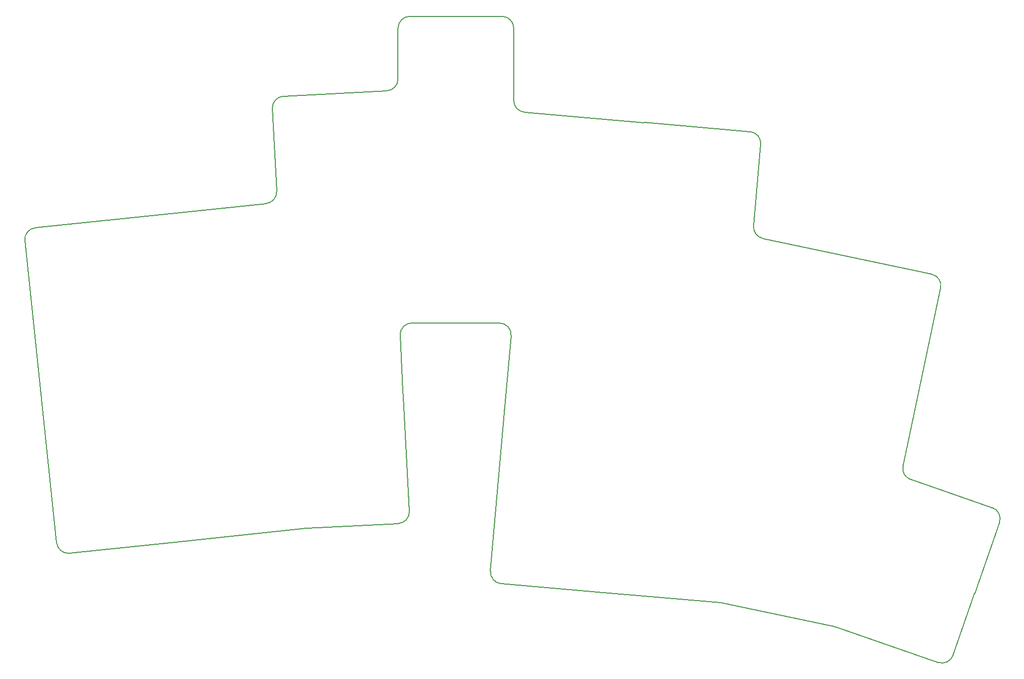
<source format=gbr>
%TF.GenerationSoftware,KiCad,Pcbnew,(6.0.7-1)-1*%
%TF.CreationDate,2022-09-15T11:20:02-04:00*%
%TF.ProjectId,skyline_pcb_left,736b796c-696e-4655-9f70-63625f6c6566,v1.0.0*%
%TF.SameCoordinates,Original*%
%TF.FileFunction,Profile,NP*%
%FSLAX46Y46*%
G04 Gerber Fmt 4.6, Leading zero omitted, Abs format (unit mm)*
G04 Created by KiCad (PCBNEW (6.0.7-1)-1) date 2022-09-15 11:20:02*
%MOMM*%
%LPD*%
G01*
G04 APERTURE LIST*
%TA.AperFunction,Profile*%
%ADD10C,0.150000*%
%TD*%
G04 APERTURE END LIST*
D10*
X208017393Y-153168472D02*
X209153287Y-140185153D01*
X275537356Y-162259506D02*
G75*
G03*
X276842524Y-164566368I1956344J-415794D01*
G01*
X284045198Y-194333062D02*
X287659004Y-183837805D01*
X244644146Y-185439702D02*
X263938993Y-189540948D01*
X189996517Y-96634035D02*
X189996517Y-88010842D01*
X168709973Y-101650289D02*
X169444425Y-115664474D01*
X205664272Y-180065736D02*
G75*
G03*
X207482267Y-182232430I1992328J-174364D01*
G01*
X205664188Y-180065729D02*
X207930238Y-154164667D01*
X190899910Y-150555981D02*
X191915227Y-169929394D01*
X209153362Y-140185160D02*
G75*
G03*
X207160896Y-138010841I-1992562J174160D01*
G01*
X190352748Y-140115514D02*
X190847574Y-149557351D01*
X192350007Y-138010910D02*
G75*
G03*
X190352748Y-140115514I-7J-1999990D01*
G01*
X167656224Y-117758199D02*
G75*
G03*
X169444424Y-115664474I-209124J1989099D01*
G01*
X174547688Y-172842333D02*
X190022640Y-172031325D01*
X207482266Y-182232430D02*
X224716435Y-183740224D01*
X250233810Y-121549443D02*
G75*
G03*
X251810386Y-123680050I1992190J-174457D01*
G01*
X231688894Y-104044648D02*
X231693252Y-103994839D01*
X209596517Y-100279153D02*
X209596517Y-88010842D01*
X291888262Y-171862273D02*
G75*
G03*
X290648371Y-169320103I-1890962J651173D01*
G01*
X126771432Y-124066371D02*
X132154648Y-175284248D01*
X287753556Y-183870362D02*
X291888272Y-171862276D01*
X224719049Y-183710338D02*
X244642943Y-185453453D01*
X264174306Y-189606206D02*
X281503024Y-195572962D01*
X244644146Y-185439702D02*
X244642943Y-185453453D01*
X281941752Y-132129351D02*
G75*
G03*
X280401256Y-129757228I-1956252J415851D01*
G01*
X251442850Y-107730344D02*
G75*
G03*
X249624757Y-105563642I-1992350J174344D01*
G01*
X170602560Y-99548358D02*
X188101189Y-98631294D01*
X145756647Y-120059927D02*
X167656223Y-117758189D01*
X207930238Y-154164667D02*
X208017393Y-153168472D01*
X151557977Y-175255893D02*
X174443303Y-172850548D01*
X211422205Y-102271543D02*
X231688894Y-104044648D01*
X132154666Y-175284246D02*
G75*
G03*
X134352748Y-177064234I1989034J209046D01*
G01*
X281503045Y-195572900D02*
G75*
G03*
X284045198Y-194333062I651155J1891000D01*
G01*
X224719049Y-183710338D02*
X224716435Y-183740224D01*
X174547688Y-172842333D02*
G75*
G03*
X174443303Y-172850548I104612J-1996567D01*
G01*
X231693252Y-103994839D02*
X249624756Y-105563642D01*
X280401256Y-129757227D02*
X251810386Y-123680050D01*
X128551419Y-121868270D02*
X145756647Y-120059928D01*
X134352748Y-177064235D02*
X151557977Y-175255893D01*
X275537365Y-162259508D02*
X281941728Y-132129346D01*
X190847574Y-149557351D02*
X190899910Y-150555981D01*
X188101188Y-98631270D02*
G75*
G03*
X189996517Y-96634035I-104788J1997370D01*
G01*
X191996517Y-86010842D02*
X207596517Y-86010842D01*
X170602561Y-99548381D02*
G75*
G03*
X168709973Y-101650289I104739J-1997319D01*
G01*
X192350007Y-138010842D02*
X207160897Y-138010842D01*
X191996517Y-86010817D02*
G75*
G03*
X189996517Y-88010842I-117J-1999883D01*
G01*
X250233820Y-121549444D02*
X251442834Y-107730343D01*
X264174307Y-189606204D02*
G75*
G03*
X263938993Y-189540948I-651107J-1890996D01*
G01*
X287659004Y-183837805D02*
X287753556Y-183870362D01*
X190022640Y-172031320D02*
G75*
G03*
X191915227Y-169929394I-104740J1997320D01*
G01*
X209596458Y-88010842D02*
G75*
G03*
X207596517Y-86010842I-1999958J42D01*
G01*
X128551415Y-121868233D02*
G75*
G03*
X126771432Y-124066371I209085J-1989067D01*
G01*
X290648371Y-169320103D02*
X276842523Y-164566368D01*
X209596540Y-100279153D02*
G75*
G03*
X211422206Y-102271542I2000060J53D01*
G01*
M02*

</source>
